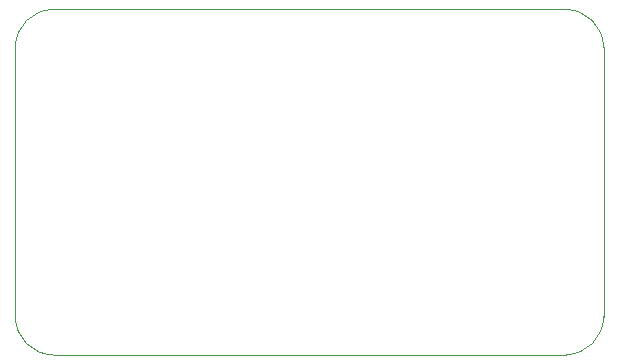
<source format=gbr>
%TF.GenerationSoftware,KiCad,Pcbnew,(6.0.2-0)*%
%TF.CreationDate,2022-03-21T13:39:47-04:00*%
%TF.ProjectId,Snoopy,536e6f6f-7079-42e6-9b69-6361645f7063,v03*%
%TF.SameCoordinates,Original*%
%TF.FileFunction,Profile,NP*%
%FSLAX46Y46*%
G04 Gerber Fmt 4.6, Leading zero omitted, Abs format (unit mm)*
G04 Created by KiCad (PCBNEW (6.0.2-0)) date 2022-03-21 13:39:47*
%MOMM*%
%LPD*%
G01*
G04 APERTURE LIST*
%TA.AperFunction,Profile*%
%ADD10C,0.100000*%
%TD*%
G04 APERTURE END LIST*
D10*
X110220800Y-69291200D02*
G75*
G03*
X106984800Y-72500000I-27085J-3208801D01*
G01*
X106984800Y-95327256D02*
X106984800Y-72500000D01*
X110220800Y-69291200D02*
X153575799Y-69291200D01*
X156794200Y-72491600D02*
X156794200Y-95300800D01*
X106984801Y-95327256D02*
G75*
G03*
X110185200Y-98526600I3219245J19908D01*
G01*
X156794200Y-72491600D02*
G75*
G03*
X153575799Y-69291200I-3234104J-33843D01*
G01*
X153593800Y-98526601D02*
G75*
G03*
X156794200Y-95300800I-44640J3244789D01*
G01*
X153593800Y-98526600D02*
X110185200Y-98526600D01*
M02*

</source>
